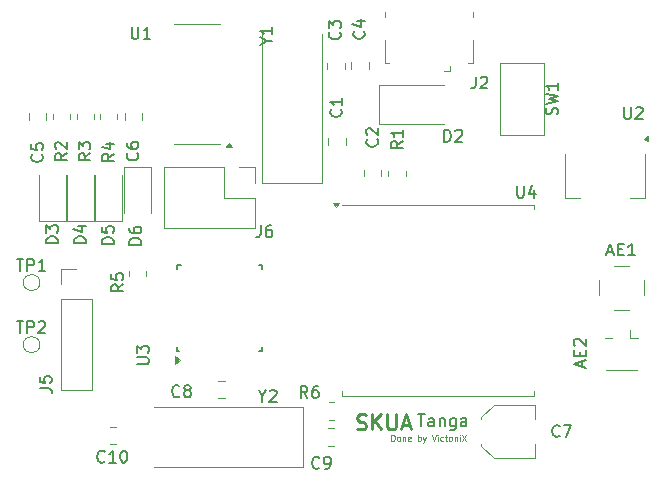
<source format=gbr>
%TF.GenerationSoftware,KiCad,Pcbnew,8.0.4-8.0.4-0~ubuntu24.04.1*%
%TF.CreationDate,2024-08-31T18:15:14+03:00*%
%TF.ProjectId,ground_control_using_pc,67726f75-6e64-45f6-936f-6e74726f6c5f,rev?*%
%TF.SameCoordinates,Original*%
%TF.FileFunction,Legend,Top*%
%TF.FilePolarity,Positive*%
%FSLAX46Y46*%
G04 Gerber Fmt 4.6, Leading zero omitted, Abs format (unit mm)*
G04 Created by KiCad (PCBNEW 8.0.4-8.0.4-0~ubuntu24.04.1) date 2024-08-31 18:15:14*
%MOMM*%
%LPD*%
G01*
G04 APERTURE LIST*
%ADD10C,0.127000*%
%ADD11C,0.254000*%
%ADD12C,0.076200*%
%ADD13C,0.150000*%
%ADD14C,0.120000*%
G04 APERTURE END LIST*
D10*
X186180313Y-101853056D02*
X186760885Y-101853056D01*
X186470599Y-102869056D02*
X186470599Y-101853056D01*
X187534980Y-102869056D02*
X187534980Y-102336866D01*
X187534980Y-102336866D02*
X187486599Y-102240104D01*
X187486599Y-102240104D02*
X187389837Y-102191723D01*
X187389837Y-102191723D02*
X187196313Y-102191723D01*
X187196313Y-102191723D02*
X187099551Y-102240104D01*
X187534980Y-102820676D02*
X187438218Y-102869056D01*
X187438218Y-102869056D02*
X187196313Y-102869056D01*
X187196313Y-102869056D02*
X187099551Y-102820676D01*
X187099551Y-102820676D02*
X187051170Y-102723914D01*
X187051170Y-102723914D02*
X187051170Y-102627152D01*
X187051170Y-102627152D02*
X187099551Y-102530390D01*
X187099551Y-102530390D02*
X187196313Y-102482009D01*
X187196313Y-102482009D02*
X187438218Y-102482009D01*
X187438218Y-102482009D02*
X187534980Y-102433628D01*
X188018789Y-102191723D02*
X188018789Y-102869056D01*
X188018789Y-102288485D02*
X188067170Y-102240104D01*
X188067170Y-102240104D02*
X188163932Y-102191723D01*
X188163932Y-102191723D02*
X188309075Y-102191723D01*
X188309075Y-102191723D02*
X188405837Y-102240104D01*
X188405837Y-102240104D02*
X188454218Y-102336866D01*
X188454218Y-102336866D02*
X188454218Y-102869056D01*
X189373456Y-102191723D02*
X189373456Y-103014199D01*
X189373456Y-103014199D02*
X189325075Y-103110961D01*
X189325075Y-103110961D02*
X189276694Y-103159342D01*
X189276694Y-103159342D02*
X189179932Y-103207723D01*
X189179932Y-103207723D02*
X189034789Y-103207723D01*
X189034789Y-103207723D02*
X188938027Y-103159342D01*
X189373456Y-102820676D02*
X189276694Y-102869056D01*
X189276694Y-102869056D02*
X189083170Y-102869056D01*
X189083170Y-102869056D02*
X188986408Y-102820676D01*
X188986408Y-102820676D02*
X188938027Y-102772295D01*
X188938027Y-102772295D02*
X188889646Y-102675533D01*
X188889646Y-102675533D02*
X188889646Y-102385247D01*
X188889646Y-102385247D02*
X188938027Y-102288485D01*
X188938027Y-102288485D02*
X188986408Y-102240104D01*
X188986408Y-102240104D02*
X189083170Y-102191723D01*
X189083170Y-102191723D02*
X189276694Y-102191723D01*
X189276694Y-102191723D02*
X189373456Y-102240104D01*
X190292694Y-102869056D02*
X190292694Y-102336866D01*
X190292694Y-102336866D02*
X190244313Y-102240104D01*
X190244313Y-102240104D02*
X190147551Y-102191723D01*
X190147551Y-102191723D02*
X189954027Y-102191723D01*
X189954027Y-102191723D02*
X189857265Y-102240104D01*
X190292694Y-102820676D02*
X190195932Y-102869056D01*
X190195932Y-102869056D02*
X189954027Y-102869056D01*
X189954027Y-102869056D02*
X189857265Y-102820676D01*
X189857265Y-102820676D02*
X189808884Y-102723914D01*
X189808884Y-102723914D02*
X189808884Y-102627152D01*
X189808884Y-102627152D02*
X189857265Y-102530390D01*
X189857265Y-102530390D02*
X189954027Y-102482009D01*
X189954027Y-102482009D02*
X190195932Y-102482009D01*
X190195932Y-102482009D02*
X190292694Y-102433628D01*
D11*
X181069009Y-103070892D02*
X181250438Y-103131368D01*
X181250438Y-103131368D02*
X181552819Y-103131368D01*
X181552819Y-103131368D02*
X181673771Y-103070892D01*
X181673771Y-103070892D02*
X181734247Y-103010415D01*
X181734247Y-103010415D02*
X181794724Y-102889463D01*
X181794724Y-102889463D02*
X181794724Y-102768511D01*
X181794724Y-102768511D02*
X181734247Y-102647558D01*
X181734247Y-102647558D02*
X181673771Y-102587082D01*
X181673771Y-102587082D02*
X181552819Y-102526606D01*
X181552819Y-102526606D02*
X181310914Y-102466130D01*
X181310914Y-102466130D02*
X181189962Y-102405653D01*
X181189962Y-102405653D02*
X181129485Y-102345177D01*
X181129485Y-102345177D02*
X181069009Y-102224225D01*
X181069009Y-102224225D02*
X181069009Y-102103272D01*
X181069009Y-102103272D02*
X181129485Y-101982320D01*
X181129485Y-101982320D02*
X181189962Y-101921844D01*
X181189962Y-101921844D02*
X181310914Y-101861368D01*
X181310914Y-101861368D02*
X181613295Y-101861368D01*
X181613295Y-101861368D02*
X181794724Y-101921844D01*
X182339009Y-103131368D02*
X182339009Y-101861368D01*
X183064724Y-103131368D02*
X182520438Y-102405653D01*
X183064724Y-101861368D02*
X182339009Y-102587082D01*
X183609009Y-101861368D02*
X183609009Y-102889463D01*
X183609009Y-102889463D02*
X183669486Y-103010415D01*
X183669486Y-103010415D02*
X183729962Y-103070892D01*
X183729962Y-103070892D02*
X183850914Y-103131368D01*
X183850914Y-103131368D02*
X184092819Y-103131368D01*
X184092819Y-103131368D02*
X184213771Y-103070892D01*
X184213771Y-103070892D02*
X184274248Y-103010415D01*
X184274248Y-103010415D02*
X184334724Y-102889463D01*
X184334724Y-102889463D02*
X184334724Y-101861368D01*
X184879009Y-102768511D02*
X185483771Y-102768511D01*
X184758057Y-103131368D02*
X185181390Y-101861368D01*
X185181390Y-101861368D02*
X185604724Y-103131368D01*
D12*
X183941083Y-104103867D02*
X183941083Y-103595867D01*
X183941083Y-103595867D02*
X184062035Y-103595867D01*
X184062035Y-103595867D02*
X184134607Y-103620057D01*
X184134607Y-103620057D02*
X184182988Y-103668438D01*
X184182988Y-103668438D02*
X184207178Y-103716819D01*
X184207178Y-103716819D02*
X184231369Y-103813581D01*
X184231369Y-103813581D02*
X184231369Y-103886153D01*
X184231369Y-103886153D02*
X184207178Y-103982915D01*
X184207178Y-103982915D02*
X184182988Y-104031296D01*
X184182988Y-104031296D02*
X184134607Y-104079677D01*
X184134607Y-104079677D02*
X184062035Y-104103867D01*
X184062035Y-104103867D02*
X183941083Y-104103867D01*
X184521654Y-104103867D02*
X184473273Y-104079677D01*
X184473273Y-104079677D02*
X184449083Y-104055486D01*
X184449083Y-104055486D02*
X184424892Y-104007105D01*
X184424892Y-104007105D02*
X184424892Y-103861962D01*
X184424892Y-103861962D02*
X184449083Y-103813581D01*
X184449083Y-103813581D02*
X184473273Y-103789391D01*
X184473273Y-103789391D02*
X184521654Y-103765200D01*
X184521654Y-103765200D02*
X184594226Y-103765200D01*
X184594226Y-103765200D02*
X184642607Y-103789391D01*
X184642607Y-103789391D02*
X184666797Y-103813581D01*
X184666797Y-103813581D02*
X184690988Y-103861962D01*
X184690988Y-103861962D02*
X184690988Y-104007105D01*
X184690988Y-104007105D02*
X184666797Y-104055486D01*
X184666797Y-104055486D02*
X184642607Y-104079677D01*
X184642607Y-104079677D02*
X184594226Y-104103867D01*
X184594226Y-104103867D02*
X184521654Y-104103867D01*
X184908702Y-103765200D02*
X184908702Y-104103867D01*
X184908702Y-103813581D02*
X184932892Y-103789391D01*
X184932892Y-103789391D02*
X184981273Y-103765200D01*
X184981273Y-103765200D02*
X185053845Y-103765200D01*
X185053845Y-103765200D02*
X185102226Y-103789391D01*
X185102226Y-103789391D02*
X185126416Y-103837772D01*
X185126416Y-103837772D02*
X185126416Y-104103867D01*
X185561845Y-104079677D02*
X185513464Y-104103867D01*
X185513464Y-104103867D02*
X185416702Y-104103867D01*
X185416702Y-104103867D02*
X185368321Y-104079677D01*
X185368321Y-104079677D02*
X185344130Y-104031296D01*
X185344130Y-104031296D02*
X185344130Y-103837772D01*
X185344130Y-103837772D02*
X185368321Y-103789391D01*
X185368321Y-103789391D02*
X185416702Y-103765200D01*
X185416702Y-103765200D02*
X185513464Y-103765200D01*
X185513464Y-103765200D02*
X185561845Y-103789391D01*
X185561845Y-103789391D02*
X185586035Y-103837772D01*
X185586035Y-103837772D02*
X185586035Y-103886153D01*
X185586035Y-103886153D02*
X185344130Y-103934534D01*
X186190798Y-104103867D02*
X186190798Y-103595867D01*
X186190798Y-103789391D02*
X186239179Y-103765200D01*
X186239179Y-103765200D02*
X186335941Y-103765200D01*
X186335941Y-103765200D02*
X186384322Y-103789391D01*
X186384322Y-103789391D02*
X186408512Y-103813581D01*
X186408512Y-103813581D02*
X186432703Y-103861962D01*
X186432703Y-103861962D02*
X186432703Y-104007105D01*
X186432703Y-104007105D02*
X186408512Y-104055486D01*
X186408512Y-104055486D02*
X186384322Y-104079677D01*
X186384322Y-104079677D02*
X186335941Y-104103867D01*
X186335941Y-104103867D02*
X186239179Y-104103867D01*
X186239179Y-104103867D02*
X186190798Y-104079677D01*
X186602036Y-103765200D02*
X186722988Y-104103867D01*
X186843941Y-103765200D02*
X186722988Y-104103867D01*
X186722988Y-104103867D02*
X186674607Y-104224819D01*
X186674607Y-104224819D02*
X186650417Y-104249010D01*
X186650417Y-104249010D02*
X186602036Y-104273200D01*
X187351941Y-103595867D02*
X187521275Y-104103867D01*
X187521275Y-104103867D02*
X187690608Y-103595867D01*
X187859942Y-104103867D02*
X187859942Y-103765200D01*
X187859942Y-103595867D02*
X187835751Y-103620057D01*
X187835751Y-103620057D02*
X187859942Y-103644248D01*
X187859942Y-103644248D02*
X187884132Y-103620057D01*
X187884132Y-103620057D02*
X187859942Y-103595867D01*
X187859942Y-103595867D02*
X187859942Y-103644248D01*
X188319561Y-104079677D02*
X188271180Y-104103867D01*
X188271180Y-104103867D02*
X188174418Y-104103867D01*
X188174418Y-104103867D02*
X188126037Y-104079677D01*
X188126037Y-104079677D02*
X188101847Y-104055486D01*
X188101847Y-104055486D02*
X188077656Y-104007105D01*
X188077656Y-104007105D02*
X188077656Y-103861962D01*
X188077656Y-103861962D02*
X188101847Y-103813581D01*
X188101847Y-103813581D02*
X188126037Y-103789391D01*
X188126037Y-103789391D02*
X188174418Y-103765200D01*
X188174418Y-103765200D02*
X188271180Y-103765200D01*
X188271180Y-103765200D02*
X188319561Y-103789391D01*
X188464704Y-103765200D02*
X188658228Y-103765200D01*
X188537276Y-103595867D02*
X188537276Y-104031296D01*
X188537276Y-104031296D02*
X188561466Y-104079677D01*
X188561466Y-104079677D02*
X188609847Y-104103867D01*
X188609847Y-104103867D02*
X188658228Y-104103867D01*
X188900133Y-104103867D02*
X188851752Y-104079677D01*
X188851752Y-104079677D02*
X188827562Y-104055486D01*
X188827562Y-104055486D02*
X188803371Y-104007105D01*
X188803371Y-104007105D02*
X188803371Y-103861962D01*
X188803371Y-103861962D02*
X188827562Y-103813581D01*
X188827562Y-103813581D02*
X188851752Y-103789391D01*
X188851752Y-103789391D02*
X188900133Y-103765200D01*
X188900133Y-103765200D02*
X188972705Y-103765200D01*
X188972705Y-103765200D02*
X189021086Y-103789391D01*
X189021086Y-103789391D02*
X189045276Y-103813581D01*
X189045276Y-103813581D02*
X189069467Y-103861962D01*
X189069467Y-103861962D02*
X189069467Y-104007105D01*
X189069467Y-104007105D02*
X189045276Y-104055486D01*
X189045276Y-104055486D02*
X189021086Y-104079677D01*
X189021086Y-104079677D02*
X188972705Y-104103867D01*
X188972705Y-104103867D02*
X188900133Y-104103867D01*
X189287181Y-103765200D02*
X189287181Y-104103867D01*
X189287181Y-103813581D02*
X189311371Y-103789391D01*
X189311371Y-103789391D02*
X189359752Y-103765200D01*
X189359752Y-103765200D02*
X189432324Y-103765200D01*
X189432324Y-103765200D02*
X189480705Y-103789391D01*
X189480705Y-103789391D02*
X189504895Y-103837772D01*
X189504895Y-103837772D02*
X189504895Y-104103867D01*
X189746800Y-104103867D02*
X189746800Y-103765200D01*
X189746800Y-103595867D02*
X189722609Y-103620057D01*
X189722609Y-103620057D02*
X189746800Y-103644248D01*
X189746800Y-103644248D02*
X189770990Y-103620057D01*
X189770990Y-103620057D02*
X189746800Y-103595867D01*
X189746800Y-103595867D02*
X189746800Y-103644248D01*
X189940324Y-103595867D02*
X190278991Y-104103867D01*
X190278991Y-103595867D02*
X189940324Y-104103867D01*
D13*
X159664642Y-105839580D02*
X159617023Y-105887200D01*
X159617023Y-105887200D02*
X159474166Y-105934819D01*
X159474166Y-105934819D02*
X159378928Y-105934819D01*
X159378928Y-105934819D02*
X159236071Y-105887200D01*
X159236071Y-105887200D02*
X159140833Y-105791961D01*
X159140833Y-105791961D02*
X159093214Y-105696723D01*
X159093214Y-105696723D02*
X159045595Y-105506247D01*
X159045595Y-105506247D02*
X159045595Y-105363390D01*
X159045595Y-105363390D02*
X159093214Y-105172914D01*
X159093214Y-105172914D02*
X159140833Y-105077676D01*
X159140833Y-105077676D02*
X159236071Y-104982438D01*
X159236071Y-104982438D02*
X159378928Y-104934819D01*
X159378928Y-104934819D02*
X159474166Y-104934819D01*
X159474166Y-104934819D02*
X159617023Y-104982438D01*
X159617023Y-104982438D02*
X159664642Y-105030057D01*
X160617023Y-105934819D02*
X160045595Y-105934819D01*
X160331309Y-105934819D02*
X160331309Y-104934819D01*
X160331309Y-104934819D02*
X160236071Y-105077676D01*
X160236071Y-105077676D02*
X160140833Y-105172914D01*
X160140833Y-105172914D02*
X160045595Y-105220533D01*
X161236071Y-104934819D02*
X161331309Y-104934819D01*
X161331309Y-104934819D02*
X161426547Y-104982438D01*
X161426547Y-104982438D02*
X161474166Y-105030057D01*
X161474166Y-105030057D02*
X161521785Y-105125295D01*
X161521785Y-105125295D02*
X161569404Y-105315771D01*
X161569404Y-105315771D02*
X161569404Y-105553866D01*
X161569404Y-105553866D02*
X161521785Y-105744342D01*
X161521785Y-105744342D02*
X161474166Y-105839580D01*
X161474166Y-105839580D02*
X161426547Y-105887200D01*
X161426547Y-105887200D02*
X161331309Y-105934819D01*
X161331309Y-105934819D02*
X161236071Y-105934819D01*
X161236071Y-105934819D02*
X161140833Y-105887200D01*
X161140833Y-105887200D02*
X161093214Y-105839580D01*
X161093214Y-105839580D02*
X161045595Y-105744342D01*
X161045595Y-105744342D02*
X160997976Y-105553866D01*
X160997976Y-105553866D02*
X160997976Y-105315771D01*
X160997976Y-105315771D02*
X161045595Y-105125295D01*
X161045595Y-105125295D02*
X161093214Y-105030057D01*
X161093214Y-105030057D02*
X161140833Y-104982438D01*
X161140833Y-104982438D02*
X161236071Y-104934819D01*
X158054819Y-87368094D02*
X157054819Y-87368094D01*
X157054819Y-87368094D02*
X157054819Y-87129999D01*
X157054819Y-87129999D02*
X157102438Y-86987142D01*
X157102438Y-86987142D02*
X157197676Y-86891904D01*
X157197676Y-86891904D02*
X157292914Y-86844285D01*
X157292914Y-86844285D02*
X157483390Y-86796666D01*
X157483390Y-86796666D02*
X157626247Y-86796666D01*
X157626247Y-86796666D02*
X157816723Y-86844285D01*
X157816723Y-86844285D02*
X157911961Y-86891904D01*
X157911961Y-86891904D02*
X158007200Y-86987142D01*
X158007200Y-86987142D02*
X158054819Y-87129999D01*
X158054819Y-87129999D02*
X158054819Y-87368094D01*
X157388152Y-85939523D02*
X158054819Y-85939523D01*
X157007200Y-86177618D02*
X157721485Y-86415713D01*
X157721485Y-86415713D02*
X157721485Y-85796666D01*
X198183333Y-103669580D02*
X198135714Y-103717200D01*
X198135714Y-103717200D02*
X197992857Y-103764819D01*
X197992857Y-103764819D02*
X197897619Y-103764819D01*
X197897619Y-103764819D02*
X197754762Y-103717200D01*
X197754762Y-103717200D02*
X197659524Y-103621961D01*
X197659524Y-103621961D02*
X197611905Y-103526723D01*
X197611905Y-103526723D02*
X197564286Y-103336247D01*
X197564286Y-103336247D02*
X197564286Y-103193390D01*
X197564286Y-103193390D02*
X197611905Y-103002914D01*
X197611905Y-103002914D02*
X197659524Y-102907676D01*
X197659524Y-102907676D02*
X197754762Y-102812438D01*
X197754762Y-102812438D02*
X197897619Y-102764819D01*
X197897619Y-102764819D02*
X197992857Y-102764819D01*
X197992857Y-102764819D02*
X198135714Y-102812438D01*
X198135714Y-102812438D02*
X198183333Y-102860057D01*
X198516667Y-102764819D02*
X199183333Y-102764819D01*
X199183333Y-102764819D02*
X198754762Y-103764819D01*
X160464819Y-79806666D02*
X159988628Y-80139999D01*
X160464819Y-80378094D02*
X159464819Y-80378094D01*
X159464819Y-80378094D02*
X159464819Y-79997142D01*
X159464819Y-79997142D02*
X159512438Y-79901904D01*
X159512438Y-79901904D02*
X159560057Y-79854285D01*
X159560057Y-79854285D02*
X159655295Y-79806666D01*
X159655295Y-79806666D02*
X159798152Y-79806666D01*
X159798152Y-79806666D02*
X159893390Y-79854285D01*
X159893390Y-79854285D02*
X159941009Y-79901904D01*
X159941009Y-79901904D02*
X159988628Y-79997142D01*
X159988628Y-79997142D02*
X159988628Y-80378094D01*
X159798152Y-78949523D02*
X160464819Y-78949523D01*
X159417200Y-79187618D02*
X160131485Y-79425713D01*
X160131485Y-79425713D02*
X160131485Y-78806666D01*
X182719580Y-78566666D02*
X182767200Y-78614285D01*
X182767200Y-78614285D02*
X182814819Y-78757142D01*
X182814819Y-78757142D02*
X182814819Y-78852380D01*
X182814819Y-78852380D02*
X182767200Y-78995237D01*
X182767200Y-78995237D02*
X182671961Y-79090475D01*
X182671961Y-79090475D02*
X182576723Y-79138094D01*
X182576723Y-79138094D02*
X182386247Y-79185713D01*
X182386247Y-79185713D02*
X182243390Y-79185713D01*
X182243390Y-79185713D02*
X182052914Y-79138094D01*
X182052914Y-79138094D02*
X181957676Y-79090475D01*
X181957676Y-79090475D02*
X181862438Y-78995237D01*
X181862438Y-78995237D02*
X181814819Y-78852380D01*
X181814819Y-78852380D02*
X181814819Y-78757142D01*
X181814819Y-78757142D02*
X181862438Y-78614285D01*
X181862438Y-78614285D02*
X181910057Y-78566666D01*
X181910057Y-78185713D02*
X181862438Y-78138094D01*
X181862438Y-78138094D02*
X181814819Y-78042856D01*
X181814819Y-78042856D02*
X181814819Y-77804761D01*
X181814819Y-77804761D02*
X181862438Y-77709523D01*
X181862438Y-77709523D02*
X181910057Y-77661904D01*
X181910057Y-77661904D02*
X182005295Y-77614285D01*
X182005295Y-77614285D02*
X182100533Y-77614285D01*
X182100533Y-77614285D02*
X182243390Y-77661904D01*
X182243390Y-77661904D02*
X182814819Y-78233332D01*
X182814819Y-78233332D02*
X182814819Y-77614285D01*
X203638095Y-75854819D02*
X203638095Y-76664342D01*
X203638095Y-76664342D02*
X203685714Y-76759580D01*
X203685714Y-76759580D02*
X203733333Y-76807200D01*
X203733333Y-76807200D02*
X203828571Y-76854819D01*
X203828571Y-76854819D02*
X204019047Y-76854819D01*
X204019047Y-76854819D02*
X204114285Y-76807200D01*
X204114285Y-76807200D02*
X204161904Y-76759580D01*
X204161904Y-76759580D02*
X204209523Y-76664342D01*
X204209523Y-76664342D02*
X204209523Y-75854819D01*
X204638095Y-75950057D02*
X204685714Y-75902438D01*
X204685714Y-75902438D02*
X204780952Y-75854819D01*
X204780952Y-75854819D02*
X205019047Y-75854819D01*
X205019047Y-75854819D02*
X205114285Y-75902438D01*
X205114285Y-75902438D02*
X205161904Y-75950057D01*
X205161904Y-75950057D02*
X205209523Y-76045295D01*
X205209523Y-76045295D02*
X205209523Y-76140533D01*
X205209523Y-76140533D02*
X205161904Y-76283390D01*
X205161904Y-76283390D02*
X204590476Y-76854819D01*
X204590476Y-76854819D02*
X205209523Y-76854819D01*
X154339580Y-79851666D02*
X154387200Y-79899285D01*
X154387200Y-79899285D02*
X154434819Y-80042142D01*
X154434819Y-80042142D02*
X154434819Y-80137380D01*
X154434819Y-80137380D02*
X154387200Y-80280237D01*
X154387200Y-80280237D02*
X154291961Y-80375475D01*
X154291961Y-80375475D02*
X154196723Y-80423094D01*
X154196723Y-80423094D02*
X154006247Y-80470713D01*
X154006247Y-80470713D02*
X153863390Y-80470713D01*
X153863390Y-80470713D02*
X153672914Y-80423094D01*
X153672914Y-80423094D02*
X153577676Y-80375475D01*
X153577676Y-80375475D02*
X153482438Y-80280237D01*
X153482438Y-80280237D02*
X153434819Y-80137380D01*
X153434819Y-80137380D02*
X153434819Y-80042142D01*
X153434819Y-80042142D02*
X153482438Y-79899285D01*
X153482438Y-79899285D02*
X153530057Y-79851666D01*
X153434819Y-78946904D02*
X153434819Y-79423094D01*
X153434819Y-79423094D02*
X153911009Y-79470713D01*
X153911009Y-79470713D02*
X153863390Y-79423094D01*
X153863390Y-79423094D02*
X153815771Y-79327856D01*
X153815771Y-79327856D02*
X153815771Y-79089761D01*
X153815771Y-79089761D02*
X153863390Y-78994523D01*
X153863390Y-78994523D02*
X153911009Y-78946904D01*
X153911009Y-78946904D02*
X154006247Y-78899285D01*
X154006247Y-78899285D02*
X154244342Y-78899285D01*
X154244342Y-78899285D02*
X154339580Y-78946904D01*
X154339580Y-78946904D02*
X154387200Y-78994523D01*
X154387200Y-78994523D02*
X154434819Y-79089761D01*
X154434819Y-79089761D02*
X154434819Y-79327856D01*
X154434819Y-79327856D02*
X154387200Y-79423094D01*
X154387200Y-79423094D02*
X154339580Y-79470713D01*
X158454819Y-79766666D02*
X157978628Y-80099999D01*
X158454819Y-80338094D02*
X157454819Y-80338094D01*
X157454819Y-80338094D02*
X157454819Y-79957142D01*
X157454819Y-79957142D02*
X157502438Y-79861904D01*
X157502438Y-79861904D02*
X157550057Y-79814285D01*
X157550057Y-79814285D02*
X157645295Y-79766666D01*
X157645295Y-79766666D02*
X157788152Y-79766666D01*
X157788152Y-79766666D02*
X157883390Y-79814285D01*
X157883390Y-79814285D02*
X157931009Y-79861904D01*
X157931009Y-79861904D02*
X157978628Y-79957142D01*
X157978628Y-79957142D02*
X157978628Y-80338094D01*
X157454819Y-79433332D02*
X157454819Y-78814285D01*
X157454819Y-78814285D02*
X157835771Y-79147618D01*
X157835771Y-79147618D02*
X157835771Y-79004761D01*
X157835771Y-79004761D02*
X157883390Y-78909523D01*
X157883390Y-78909523D02*
X157931009Y-78861904D01*
X157931009Y-78861904D02*
X158026247Y-78814285D01*
X158026247Y-78814285D02*
X158264342Y-78814285D01*
X158264342Y-78814285D02*
X158359580Y-78861904D01*
X158359580Y-78861904D02*
X158407200Y-78909523D01*
X158407200Y-78909523D02*
X158454819Y-79004761D01*
X158454819Y-79004761D02*
X158454819Y-79290475D01*
X158454819Y-79290475D02*
X158407200Y-79385713D01*
X158407200Y-79385713D02*
X158359580Y-79433332D01*
X161953095Y-69064819D02*
X161953095Y-69874342D01*
X161953095Y-69874342D02*
X162000714Y-69969580D01*
X162000714Y-69969580D02*
X162048333Y-70017200D01*
X162048333Y-70017200D02*
X162143571Y-70064819D01*
X162143571Y-70064819D02*
X162334047Y-70064819D01*
X162334047Y-70064819D02*
X162429285Y-70017200D01*
X162429285Y-70017200D02*
X162476904Y-69969580D01*
X162476904Y-69969580D02*
X162524523Y-69874342D01*
X162524523Y-69874342D02*
X162524523Y-69064819D01*
X163524523Y-70064819D02*
X162953095Y-70064819D01*
X163238809Y-70064819D02*
X163238809Y-69064819D01*
X163238809Y-69064819D02*
X163143571Y-69207676D01*
X163143571Y-69207676D02*
X163048333Y-69302914D01*
X163048333Y-69302914D02*
X162953095Y-69350533D01*
X197977200Y-76463332D02*
X198024819Y-76320475D01*
X198024819Y-76320475D02*
X198024819Y-76082380D01*
X198024819Y-76082380D02*
X197977200Y-75987142D01*
X197977200Y-75987142D02*
X197929580Y-75939523D01*
X197929580Y-75939523D02*
X197834342Y-75891904D01*
X197834342Y-75891904D02*
X197739104Y-75891904D01*
X197739104Y-75891904D02*
X197643866Y-75939523D01*
X197643866Y-75939523D02*
X197596247Y-75987142D01*
X197596247Y-75987142D02*
X197548628Y-76082380D01*
X197548628Y-76082380D02*
X197501009Y-76272856D01*
X197501009Y-76272856D02*
X197453390Y-76368094D01*
X197453390Y-76368094D02*
X197405771Y-76415713D01*
X197405771Y-76415713D02*
X197310533Y-76463332D01*
X197310533Y-76463332D02*
X197215295Y-76463332D01*
X197215295Y-76463332D02*
X197120057Y-76415713D01*
X197120057Y-76415713D02*
X197072438Y-76368094D01*
X197072438Y-76368094D02*
X197024819Y-76272856D01*
X197024819Y-76272856D02*
X197024819Y-76034761D01*
X197024819Y-76034761D02*
X197072438Y-75891904D01*
X197024819Y-75558570D02*
X198024819Y-75320475D01*
X198024819Y-75320475D02*
X197310533Y-75129999D01*
X197310533Y-75129999D02*
X198024819Y-74939523D01*
X198024819Y-74939523D02*
X197024819Y-74701428D01*
X198024819Y-73796666D02*
X198024819Y-74368094D01*
X198024819Y-74082380D02*
X197024819Y-74082380D01*
X197024819Y-74082380D02*
X197167676Y-74177618D01*
X197167676Y-74177618D02*
X197262914Y-74272856D01*
X197262914Y-74272856D02*
X197310533Y-74368094D01*
X194578095Y-82504819D02*
X194578095Y-83314342D01*
X194578095Y-83314342D02*
X194625714Y-83409580D01*
X194625714Y-83409580D02*
X194673333Y-83457200D01*
X194673333Y-83457200D02*
X194768571Y-83504819D01*
X194768571Y-83504819D02*
X194959047Y-83504819D01*
X194959047Y-83504819D02*
X195054285Y-83457200D01*
X195054285Y-83457200D02*
X195101904Y-83409580D01*
X195101904Y-83409580D02*
X195149523Y-83314342D01*
X195149523Y-83314342D02*
X195149523Y-82504819D01*
X196054285Y-82838152D02*
X196054285Y-83504819D01*
X195816190Y-82457200D02*
X195578095Y-83171485D01*
X195578095Y-83171485D02*
X196197142Y-83171485D01*
X162429580Y-79736666D02*
X162477200Y-79784285D01*
X162477200Y-79784285D02*
X162524819Y-79927142D01*
X162524819Y-79927142D02*
X162524819Y-80022380D01*
X162524819Y-80022380D02*
X162477200Y-80165237D01*
X162477200Y-80165237D02*
X162381961Y-80260475D01*
X162381961Y-80260475D02*
X162286723Y-80308094D01*
X162286723Y-80308094D02*
X162096247Y-80355713D01*
X162096247Y-80355713D02*
X161953390Y-80355713D01*
X161953390Y-80355713D02*
X161762914Y-80308094D01*
X161762914Y-80308094D02*
X161667676Y-80260475D01*
X161667676Y-80260475D02*
X161572438Y-80165237D01*
X161572438Y-80165237D02*
X161524819Y-80022380D01*
X161524819Y-80022380D02*
X161524819Y-79927142D01*
X161524819Y-79927142D02*
X161572438Y-79784285D01*
X161572438Y-79784285D02*
X161620057Y-79736666D01*
X161524819Y-78879523D02*
X161524819Y-79069999D01*
X161524819Y-79069999D02*
X161572438Y-79165237D01*
X161572438Y-79165237D02*
X161620057Y-79212856D01*
X161620057Y-79212856D02*
X161762914Y-79308094D01*
X161762914Y-79308094D02*
X161953390Y-79355713D01*
X161953390Y-79355713D02*
X162334342Y-79355713D01*
X162334342Y-79355713D02*
X162429580Y-79308094D01*
X162429580Y-79308094D02*
X162477200Y-79260475D01*
X162477200Y-79260475D02*
X162524819Y-79165237D01*
X162524819Y-79165237D02*
X162524819Y-78974761D01*
X162524819Y-78974761D02*
X162477200Y-78879523D01*
X162477200Y-78879523D02*
X162429580Y-78831904D01*
X162429580Y-78831904D02*
X162334342Y-78784285D01*
X162334342Y-78784285D02*
X162096247Y-78784285D01*
X162096247Y-78784285D02*
X162001009Y-78831904D01*
X162001009Y-78831904D02*
X161953390Y-78879523D01*
X161953390Y-78879523D02*
X161905771Y-78974761D01*
X161905771Y-78974761D02*
X161905771Y-79165237D01*
X161905771Y-79165237D02*
X161953390Y-79260475D01*
X161953390Y-79260475D02*
X162001009Y-79308094D01*
X162001009Y-79308094D02*
X162096247Y-79355713D01*
X172866666Y-85854819D02*
X172866666Y-86569104D01*
X172866666Y-86569104D02*
X172819047Y-86711961D01*
X172819047Y-86711961D02*
X172723809Y-86807200D01*
X172723809Y-86807200D02*
X172580952Y-86854819D01*
X172580952Y-86854819D02*
X172485714Y-86854819D01*
X173771428Y-85854819D02*
X173580952Y-85854819D01*
X173580952Y-85854819D02*
X173485714Y-85902438D01*
X173485714Y-85902438D02*
X173438095Y-85950057D01*
X173438095Y-85950057D02*
X173342857Y-86092914D01*
X173342857Y-86092914D02*
X173295238Y-86283390D01*
X173295238Y-86283390D02*
X173295238Y-86664342D01*
X173295238Y-86664342D02*
X173342857Y-86759580D01*
X173342857Y-86759580D02*
X173390476Y-86807200D01*
X173390476Y-86807200D02*
X173485714Y-86854819D01*
X173485714Y-86854819D02*
X173676190Y-86854819D01*
X173676190Y-86854819D02*
X173771428Y-86807200D01*
X173771428Y-86807200D02*
X173819047Y-86759580D01*
X173819047Y-86759580D02*
X173866666Y-86664342D01*
X173866666Y-86664342D02*
X173866666Y-86426247D01*
X173866666Y-86426247D02*
X173819047Y-86331009D01*
X173819047Y-86331009D02*
X173771428Y-86283390D01*
X173771428Y-86283390D02*
X173676190Y-86235771D01*
X173676190Y-86235771D02*
X173485714Y-86235771D01*
X173485714Y-86235771D02*
X173390476Y-86283390D01*
X173390476Y-86283390D02*
X173342857Y-86331009D01*
X173342857Y-86331009D02*
X173295238Y-86426247D01*
X161234819Y-90856666D02*
X160758628Y-91189999D01*
X161234819Y-91428094D02*
X160234819Y-91428094D01*
X160234819Y-91428094D02*
X160234819Y-91047142D01*
X160234819Y-91047142D02*
X160282438Y-90951904D01*
X160282438Y-90951904D02*
X160330057Y-90904285D01*
X160330057Y-90904285D02*
X160425295Y-90856666D01*
X160425295Y-90856666D02*
X160568152Y-90856666D01*
X160568152Y-90856666D02*
X160663390Y-90904285D01*
X160663390Y-90904285D02*
X160711009Y-90951904D01*
X160711009Y-90951904D02*
X160758628Y-91047142D01*
X160758628Y-91047142D02*
X160758628Y-91428094D01*
X160234819Y-89951904D02*
X160234819Y-90428094D01*
X160234819Y-90428094D02*
X160711009Y-90475713D01*
X160711009Y-90475713D02*
X160663390Y-90428094D01*
X160663390Y-90428094D02*
X160615771Y-90332856D01*
X160615771Y-90332856D02*
X160615771Y-90094761D01*
X160615771Y-90094761D02*
X160663390Y-89999523D01*
X160663390Y-89999523D02*
X160711009Y-89951904D01*
X160711009Y-89951904D02*
X160806247Y-89904285D01*
X160806247Y-89904285D02*
X161044342Y-89904285D01*
X161044342Y-89904285D02*
X161139580Y-89951904D01*
X161139580Y-89951904D02*
X161187200Y-89999523D01*
X161187200Y-89999523D02*
X161234819Y-90094761D01*
X161234819Y-90094761D02*
X161234819Y-90332856D01*
X161234819Y-90332856D02*
X161187200Y-90428094D01*
X161187200Y-90428094D02*
X161139580Y-90475713D01*
X177833333Y-106359580D02*
X177785714Y-106407200D01*
X177785714Y-106407200D02*
X177642857Y-106454819D01*
X177642857Y-106454819D02*
X177547619Y-106454819D01*
X177547619Y-106454819D02*
X177404762Y-106407200D01*
X177404762Y-106407200D02*
X177309524Y-106311961D01*
X177309524Y-106311961D02*
X177261905Y-106216723D01*
X177261905Y-106216723D02*
X177214286Y-106026247D01*
X177214286Y-106026247D02*
X177214286Y-105883390D01*
X177214286Y-105883390D02*
X177261905Y-105692914D01*
X177261905Y-105692914D02*
X177309524Y-105597676D01*
X177309524Y-105597676D02*
X177404762Y-105502438D01*
X177404762Y-105502438D02*
X177547619Y-105454819D01*
X177547619Y-105454819D02*
X177642857Y-105454819D01*
X177642857Y-105454819D02*
X177785714Y-105502438D01*
X177785714Y-105502438D02*
X177833333Y-105550057D01*
X178309524Y-106454819D02*
X178500000Y-106454819D01*
X178500000Y-106454819D02*
X178595238Y-106407200D01*
X178595238Y-106407200D02*
X178642857Y-106359580D01*
X178642857Y-106359580D02*
X178738095Y-106216723D01*
X178738095Y-106216723D02*
X178785714Y-106026247D01*
X178785714Y-106026247D02*
X178785714Y-105645295D01*
X178785714Y-105645295D02*
X178738095Y-105550057D01*
X178738095Y-105550057D02*
X178690476Y-105502438D01*
X178690476Y-105502438D02*
X178595238Y-105454819D01*
X178595238Y-105454819D02*
X178404762Y-105454819D01*
X178404762Y-105454819D02*
X178309524Y-105502438D01*
X178309524Y-105502438D02*
X178261905Y-105550057D01*
X178261905Y-105550057D02*
X178214286Y-105645295D01*
X178214286Y-105645295D02*
X178214286Y-105883390D01*
X178214286Y-105883390D02*
X178261905Y-105978628D01*
X178261905Y-105978628D02*
X178309524Y-106026247D01*
X178309524Y-106026247D02*
X178404762Y-106073866D01*
X178404762Y-106073866D02*
X178595238Y-106073866D01*
X178595238Y-106073866D02*
X178690476Y-106026247D01*
X178690476Y-106026247D02*
X178738095Y-105978628D01*
X178738095Y-105978628D02*
X178785714Y-105883390D01*
X162394819Y-97601904D02*
X163204342Y-97601904D01*
X163204342Y-97601904D02*
X163299580Y-97554285D01*
X163299580Y-97554285D02*
X163347200Y-97506666D01*
X163347200Y-97506666D02*
X163394819Y-97411428D01*
X163394819Y-97411428D02*
X163394819Y-97220952D01*
X163394819Y-97220952D02*
X163347200Y-97125714D01*
X163347200Y-97125714D02*
X163299580Y-97078095D01*
X163299580Y-97078095D02*
X163204342Y-97030476D01*
X163204342Y-97030476D02*
X162394819Y-97030476D01*
X162394819Y-96649523D02*
X162394819Y-96030476D01*
X162394819Y-96030476D02*
X162775771Y-96363809D01*
X162775771Y-96363809D02*
X162775771Y-96220952D01*
X162775771Y-96220952D02*
X162823390Y-96125714D01*
X162823390Y-96125714D02*
X162871009Y-96078095D01*
X162871009Y-96078095D02*
X162966247Y-96030476D01*
X162966247Y-96030476D02*
X163204342Y-96030476D01*
X163204342Y-96030476D02*
X163299580Y-96078095D01*
X163299580Y-96078095D02*
X163347200Y-96125714D01*
X163347200Y-96125714D02*
X163394819Y-96220952D01*
X163394819Y-96220952D02*
X163394819Y-96506666D01*
X163394819Y-96506666D02*
X163347200Y-96601904D01*
X163347200Y-96601904D02*
X163299580Y-96649523D01*
X202223333Y-88109104D02*
X202699523Y-88109104D01*
X202128095Y-88394819D02*
X202461428Y-87394819D01*
X202461428Y-87394819D02*
X202794761Y-88394819D01*
X203128095Y-87871009D02*
X203461428Y-87871009D01*
X203604285Y-88394819D02*
X203128095Y-88394819D01*
X203128095Y-88394819D02*
X203128095Y-87394819D01*
X203128095Y-87394819D02*
X203604285Y-87394819D01*
X204556666Y-88394819D02*
X203985238Y-88394819D01*
X204270952Y-88394819D02*
X204270952Y-87394819D01*
X204270952Y-87394819D02*
X204175714Y-87537676D01*
X204175714Y-87537676D02*
X204080476Y-87632914D01*
X204080476Y-87632914D02*
X203985238Y-87680533D01*
X155694819Y-87368094D02*
X154694819Y-87368094D01*
X154694819Y-87368094D02*
X154694819Y-87129999D01*
X154694819Y-87129999D02*
X154742438Y-86987142D01*
X154742438Y-86987142D02*
X154837676Y-86891904D01*
X154837676Y-86891904D02*
X154932914Y-86844285D01*
X154932914Y-86844285D02*
X155123390Y-86796666D01*
X155123390Y-86796666D02*
X155266247Y-86796666D01*
X155266247Y-86796666D02*
X155456723Y-86844285D01*
X155456723Y-86844285D02*
X155551961Y-86891904D01*
X155551961Y-86891904D02*
X155647200Y-86987142D01*
X155647200Y-86987142D02*
X155694819Y-87129999D01*
X155694819Y-87129999D02*
X155694819Y-87368094D01*
X154694819Y-86463332D02*
X154694819Y-85844285D01*
X154694819Y-85844285D02*
X155075771Y-86177618D01*
X155075771Y-86177618D02*
X155075771Y-86034761D01*
X155075771Y-86034761D02*
X155123390Y-85939523D01*
X155123390Y-85939523D02*
X155171009Y-85891904D01*
X155171009Y-85891904D02*
X155266247Y-85844285D01*
X155266247Y-85844285D02*
X155504342Y-85844285D01*
X155504342Y-85844285D02*
X155599580Y-85891904D01*
X155599580Y-85891904D02*
X155647200Y-85939523D01*
X155647200Y-85939523D02*
X155694819Y-86034761D01*
X155694819Y-86034761D02*
X155694819Y-86320475D01*
X155694819Y-86320475D02*
X155647200Y-86415713D01*
X155647200Y-86415713D02*
X155599580Y-86463332D01*
X176833333Y-100454819D02*
X176500000Y-99978628D01*
X176261905Y-100454819D02*
X176261905Y-99454819D01*
X176261905Y-99454819D02*
X176642857Y-99454819D01*
X176642857Y-99454819D02*
X176738095Y-99502438D01*
X176738095Y-99502438D02*
X176785714Y-99550057D01*
X176785714Y-99550057D02*
X176833333Y-99645295D01*
X176833333Y-99645295D02*
X176833333Y-99788152D01*
X176833333Y-99788152D02*
X176785714Y-99883390D01*
X176785714Y-99883390D02*
X176738095Y-99931009D01*
X176738095Y-99931009D02*
X176642857Y-99978628D01*
X176642857Y-99978628D02*
X176261905Y-99978628D01*
X177690476Y-99454819D02*
X177500000Y-99454819D01*
X177500000Y-99454819D02*
X177404762Y-99502438D01*
X177404762Y-99502438D02*
X177357143Y-99550057D01*
X177357143Y-99550057D02*
X177261905Y-99692914D01*
X177261905Y-99692914D02*
X177214286Y-99883390D01*
X177214286Y-99883390D02*
X177214286Y-100264342D01*
X177214286Y-100264342D02*
X177261905Y-100359580D01*
X177261905Y-100359580D02*
X177309524Y-100407200D01*
X177309524Y-100407200D02*
X177404762Y-100454819D01*
X177404762Y-100454819D02*
X177595238Y-100454819D01*
X177595238Y-100454819D02*
X177690476Y-100407200D01*
X177690476Y-100407200D02*
X177738095Y-100359580D01*
X177738095Y-100359580D02*
X177785714Y-100264342D01*
X177785714Y-100264342D02*
X177785714Y-100026247D01*
X177785714Y-100026247D02*
X177738095Y-99931009D01*
X177738095Y-99931009D02*
X177690476Y-99883390D01*
X177690476Y-99883390D02*
X177595238Y-99835771D01*
X177595238Y-99835771D02*
X177404762Y-99835771D01*
X177404762Y-99835771D02*
X177309524Y-99883390D01*
X177309524Y-99883390D02*
X177261905Y-99931009D01*
X177261905Y-99931009D02*
X177214286Y-100026247D01*
X179659580Y-76036666D02*
X179707200Y-76084285D01*
X179707200Y-76084285D02*
X179754819Y-76227142D01*
X179754819Y-76227142D02*
X179754819Y-76322380D01*
X179754819Y-76322380D02*
X179707200Y-76465237D01*
X179707200Y-76465237D02*
X179611961Y-76560475D01*
X179611961Y-76560475D02*
X179516723Y-76608094D01*
X179516723Y-76608094D02*
X179326247Y-76655713D01*
X179326247Y-76655713D02*
X179183390Y-76655713D01*
X179183390Y-76655713D02*
X178992914Y-76608094D01*
X178992914Y-76608094D02*
X178897676Y-76560475D01*
X178897676Y-76560475D02*
X178802438Y-76465237D01*
X178802438Y-76465237D02*
X178754819Y-76322380D01*
X178754819Y-76322380D02*
X178754819Y-76227142D01*
X178754819Y-76227142D02*
X178802438Y-76084285D01*
X178802438Y-76084285D02*
X178850057Y-76036666D01*
X179754819Y-75084285D02*
X179754819Y-75655713D01*
X179754819Y-75369999D02*
X178754819Y-75369999D01*
X178754819Y-75369999D02*
X178897676Y-75465237D01*
X178897676Y-75465237D02*
X178992914Y-75560475D01*
X178992914Y-75560475D02*
X179040533Y-75655713D01*
X184914819Y-78716666D02*
X184438628Y-79049999D01*
X184914819Y-79288094D02*
X183914819Y-79288094D01*
X183914819Y-79288094D02*
X183914819Y-78907142D01*
X183914819Y-78907142D02*
X183962438Y-78811904D01*
X183962438Y-78811904D02*
X184010057Y-78764285D01*
X184010057Y-78764285D02*
X184105295Y-78716666D01*
X184105295Y-78716666D02*
X184248152Y-78716666D01*
X184248152Y-78716666D02*
X184343390Y-78764285D01*
X184343390Y-78764285D02*
X184391009Y-78811904D01*
X184391009Y-78811904D02*
X184438628Y-78907142D01*
X184438628Y-78907142D02*
X184438628Y-79288094D01*
X184914819Y-77764285D02*
X184914819Y-78335713D01*
X184914819Y-78049999D02*
X183914819Y-78049999D01*
X183914819Y-78049999D02*
X184057676Y-78145237D01*
X184057676Y-78145237D02*
X184152914Y-78240475D01*
X184152914Y-78240475D02*
X184200533Y-78335713D01*
X173378628Y-70276190D02*
X173854819Y-70276190D01*
X172854819Y-70609523D02*
X173378628Y-70276190D01*
X173378628Y-70276190D02*
X172854819Y-69942857D01*
X173854819Y-69085714D02*
X173854819Y-69657142D01*
X173854819Y-69371428D02*
X172854819Y-69371428D01*
X172854819Y-69371428D02*
X172997676Y-69466666D01*
X172997676Y-69466666D02*
X173092914Y-69561904D01*
X173092914Y-69561904D02*
X173140533Y-69657142D01*
X191066666Y-73254819D02*
X191066666Y-73969104D01*
X191066666Y-73969104D02*
X191019047Y-74111961D01*
X191019047Y-74111961D02*
X190923809Y-74207200D01*
X190923809Y-74207200D02*
X190780952Y-74254819D01*
X190780952Y-74254819D02*
X190685714Y-74254819D01*
X191495238Y-73350057D02*
X191542857Y-73302438D01*
X191542857Y-73302438D02*
X191638095Y-73254819D01*
X191638095Y-73254819D02*
X191876190Y-73254819D01*
X191876190Y-73254819D02*
X191971428Y-73302438D01*
X191971428Y-73302438D02*
X192019047Y-73350057D01*
X192019047Y-73350057D02*
X192066666Y-73445295D01*
X192066666Y-73445295D02*
X192066666Y-73540533D01*
X192066666Y-73540533D02*
X192019047Y-73683390D01*
X192019047Y-73683390D02*
X191447619Y-74254819D01*
X191447619Y-74254819D02*
X192066666Y-74254819D01*
X154164819Y-99633333D02*
X154879104Y-99633333D01*
X154879104Y-99633333D02*
X155021961Y-99680952D01*
X155021961Y-99680952D02*
X155117200Y-99776190D01*
X155117200Y-99776190D02*
X155164819Y-99919047D01*
X155164819Y-99919047D02*
X155164819Y-100014285D01*
X154164819Y-98680952D02*
X154164819Y-99157142D01*
X154164819Y-99157142D02*
X154641009Y-99204761D01*
X154641009Y-99204761D02*
X154593390Y-99157142D01*
X154593390Y-99157142D02*
X154545771Y-99061904D01*
X154545771Y-99061904D02*
X154545771Y-98823809D01*
X154545771Y-98823809D02*
X154593390Y-98728571D01*
X154593390Y-98728571D02*
X154641009Y-98680952D01*
X154641009Y-98680952D02*
X154736247Y-98633333D01*
X154736247Y-98633333D02*
X154974342Y-98633333D01*
X154974342Y-98633333D02*
X155069580Y-98680952D01*
X155069580Y-98680952D02*
X155117200Y-98728571D01*
X155117200Y-98728571D02*
X155164819Y-98823809D01*
X155164819Y-98823809D02*
X155164819Y-99061904D01*
X155164819Y-99061904D02*
X155117200Y-99157142D01*
X155117200Y-99157142D02*
X155069580Y-99204761D01*
X162754819Y-87488094D02*
X161754819Y-87488094D01*
X161754819Y-87488094D02*
X161754819Y-87249999D01*
X161754819Y-87249999D02*
X161802438Y-87107142D01*
X161802438Y-87107142D02*
X161897676Y-87011904D01*
X161897676Y-87011904D02*
X161992914Y-86964285D01*
X161992914Y-86964285D02*
X162183390Y-86916666D01*
X162183390Y-86916666D02*
X162326247Y-86916666D01*
X162326247Y-86916666D02*
X162516723Y-86964285D01*
X162516723Y-86964285D02*
X162611961Y-87011904D01*
X162611961Y-87011904D02*
X162707200Y-87107142D01*
X162707200Y-87107142D02*
X162754819Y-87249999D01*
X162754819Y-87249999D02*
X162754819Y-87488094D01*
X161754819Y-86059523D02*
X161754819Y-86249999D01*
X161754819Y-86249999D02*
X161802438Y-86345237D01*
X161802438Y-86345237D02*
X161850057Y-86392856D01*
X161850057Y-86392856D02*
X161992914Y-86488094D01*
X161992914Y-86488094D02*
X162183390Y-86535713D01*
X162183390Y-86535713D02*
X162564342Y-86535713D01*
X162564342Y-86535713D02*
X162659580Y-86488094D01*
X162659580Y-86488094D02*
X162707200Y-86440475D01*
X162707200Y-86440475D02*
X162754819Y-86345237D01*
X162754819Y-86345237D02*
X162754819Y-86154761D01*
X162754819Y-86154761D02*
X162707200Y-86059523D01*
X162707200Y-86059523D02*
X162659580Y-86011904D01*
X162659580Y-86011904D02*
X162564342Y-85964285D01*
X162564342Y-85964285D02*
X162326247Y-85964285D01*
X162326247Y-85964285D02*
X162231009Y-86011904D01*
X162231009Y-86011904D02*
X162183390Y-86059523D01*
X162183390Y-86059523D02*
X162135771Y-86154761D01*
X162135771Y-86154761D02*
X162135771Y-86345237D01*
X162135771Y-86345237D02*
X162183390Y-86440475D01*
X162183390Y-86440475D02*
X162231009Y-86488094D01*
X162231009Y-86488094D02*
X162326247Y-86535713D01*
X165995833Y-100299580D02*
X165948214Y-100347200D01*
X165948214Y-100347200D02*
X165805357Y-100394819D01*
X165805357Y-100394819D02*
X165710119Y-100394819D01*
X165710119Y-100394819D02*
X165567262Y-100347200D01*
X165567262Y-100347200D02*
X165472024Y-100251961D01*
X165472024Y-100251961D02*
X165424405Y-100156723D01*
X165424405Y-100156723D02*
X165376786Y-99966247D01*
X165376786Y-99966247D02*
X165376786Y-99823390D01*
X165376786Y-99823390D02*
X165424405Y-99632914D01*
X165424405Y-99632914D02*
X165472024Y-99537676D01*
X165472024Y-99537676D02*
X165567262Y-99442438D01*
X165567262Y-99442438D02*
X165710119Y-99394819D01*
X165710119Y-99394819D02*
X165805357Y-99394819D01*
X165805357Y-99394819D02*
X165948214Y-99442438D01*
X165948214Y-99442438D02*
X165995833Y-99490057D01*
X166567262Y-99823390D02*
X166472024Y-99775771D01*
X166472024Y-99775771D02*
X166424405Y-99728152D01*
X166424405Y-99728152D02*
X166376786Y-99632914D01*
X166376786Y-99632914D02*
X166376786Y-99585295D01*
X166376786Y-99585295D02*
X166424405Y-99490057D01*
X166424405Y-99490057D02*
X166472024Y-99442438D01*
X166472024Y-99442438D02*
X166567262Y-99394819D01*
X166567262Y-99394819D02*
X166757738Y-99394819D01*
X166757738Y-99394819D02*
X166852976Y-99442438D01*
X166852976Y-99442438D02*
X166900595Y-99490057D01*
X166900595Y-99490057D02*
X166948214Y-99585295D01*
X166948214Y-99585295D02*
X166948214Y-99632914D01*
X166948214Y-99632914D02*
X166900595Y-99728152D01*
X166900595Y-99728152D02*
X166852976Y-99775771D01*
X166852976Y-99775771D02*
X166757738Y-99823390D01*
X166757738Y-99823390D02*
X166567262Y-99823390D01*
X166567262Y-99823390D02*
X166472024Y-99871009D01*
X166472024Y-99871009D02*
X166424405Y-99918628D01*
X166424405Y-99918628D02*
X166376786Y-100013866D01*
X166376786Y-100013866D02*
X166376786Y-100204342D01*
X166376786Y-100204342D02*
X166424405Y-100299580D01*
X166424405Y-100299580D02*
X166472024Y-100347200D01*
X166472024Y-100347200D02*
X166567262Y-100394819D01*
X166567262Y-100394819D02*
X166757738Y-100394819D01*
X166757738Y-100394819D02*
X166852976Y-100347200D01*
X166852976Y-100347200D02*
X166900595Y-100299580D01*
X166900595Y-100299580D02*
X166948214Y-100204342D01*
X166948214Y-100204342D02*
X166948214Y-100013866D01*
X166948214Y-100013866D02*
X166900595Y-99918628D01*
X166900595Y-99918628D02*
X166852976Y-99871009D01*
X166852976Y-99871009D02*
X166757738Y-99823390D01*
X179549580Y-69496666D02*
X179597200Y-69544285D01*
X179597200Y-69544285D02*
X179644819Y-69687142D01*
X179644819Y-69687142D02*
X179644819Y-69782380D01*
X179644819Y-69782380D02*
X179597200Y-69925237D01*
X179597200Y-69925237D02*
X179501961Y-70020475D01*
X179501961Y-70020475D02*
X179406723Y-70068094D01*
X179406723Y-70068094D02*
X179216247Y-70115713D01*
X179216247Y-70115713D02*
X179073390Y-70115713D01*
X179073390Y-70115713D02*
X178882914Y-70068094D01*
X178882914Y-70068094D02*
X178787676Y-70020475D01*
X178787676Y-70020475D02*
X178692438Y-69925237D01*
X178692438Y-69925237D02*
X178644819Y-69782380D01*
X178644819Y-69782380D02*
X178644819Y-69687142D01*
X178644819Y-69687142D02*
X178692438Y-69544285D01*
X178692438Y-69544285D02*
X178740057Y-69496666D01*
X178644819Y-69163332D02*
X178644819Y-68544285D01*
X178644819Y-68544285D02*
X179025771Y-68877618D01*
X179025771Y-68877618D02*
X179025771Y-68734761D01*
X179025771Y-68734761D02*
X179073390Y-68639523D01*
X179073390Y-68639523D02*
X179121009Y-68591904D01*
X179121009Y-68591904D02*
X179216247Y-68544285D01*
X179216247Y-68544285D02*
X179454342Y-68544285D01*
X179454342Y-68544285D02*
X179549580Y-68591904D01*
X179549580Y-68591904D02*
X179597200Y-68639523D01*
X179597200Y-68639523D02*
X179644819Y-68734761D01*
X179644819Y-68734761D02*
X179644819Y-69020475D01*
X179644819Y-69020475D02*
X179597200Y-69115713D01*
X179597200Y-69115713D02*
X179549580Y-69163332D01*
X160424819Y-87438094D02*
X159424819Y-87438094D01*
X159424819Y-87438094D02*
X159424819Y-87199999D01*
X159424819Y-87199999D02*
X159472438Y-87057142D01*
X159472438Y-87057142D02*
X159567676Y-86961904D01*
X159567676Y-86961904D02*
X159662914Y-86914285D01*
X159662914Y-86914285D02*
X159853390Y-86866666D01*
X159853390Y-86866666D02*
X159996247Y-86866666D01*
X159996247Y-86866666D02*
X160186723Y-86914285D01*
X160186723Y-86914285D02*
X160281961Y-86961904D01*
X160281961Y-86961904D02*
X160377200Y-87057142D01*
X160377200Y-87057142D02*
X160424819Y-87199999D01*
X160424819Y-87199999D02*
X160424819Y-87438094D01*
X159424819Y-85961904D02*
X159424819Y-86438094D01*
X159424819Y-86438094D02*
X159901009Y-86485713D01*
X159901009Y-86485713D02*
X159853390Y-86438094D01*
X159853390Y-86438094D02*
X159805771Y-86342856D01*
X159805771Y-86342856D02*
X159805771Y-86104761D01*
X159805771Y-86104761D02*
X159853390Y-86009523D01*
X159853390Y-86009523D02*
X159901009Y-85961904D01*
X159901009Y-85961904D02*
X159996247Y-85914285D01*
X159996247Y-85914285D02*
X160234342Y-85914285D01*
X160234342Y-85914285D02*
X160329580Y-85961904D01*
X160329580Y-85961904D02*
X160377200Y-86009523D01*
X160377200Y-86009523D02*
X160424819Y-86104761D01*
X160424819Y-86104761D02*
X160424819Y-86342856D01*
X160424819Y-86342856D02*
X160377200Y-86438094D01*
X160377200Y-86438094D02*
X160329580Y-86485713D01*
X200109104Y-97796666D02*
X200109104Y-97320476D01*
X200394819Y-97891904D02*
X199394819Y-97558571D01*
X199394819Y-97558571D02*
X200394819Y-97225238D01*
X199871009Y-96891904D02*
X199871009Y-96558571D01*
X200394819Y-96415714D02*
X200394819Y-96891904D01*
X200394819Y-96891904D02*
X199394819Y-96891904D01*
X199394819Y-96891904D02*
X199394819Y-96415714D01*
X199490057Y-96034761D02*
X199442438Y-95987142D01*
X199442438Y-95987142D02*
X199394819Y-95891904D01*
X199394819Y-95891904D02*
X199394819Y-95653809D01*
X199394819Y-95653809D02*
X199442438Y-95558571D01*
X199442438Y-95558571D02*
X199490057Y-95510952D01*
X199490057Y-95510952D02*
X199585295Y-95463333D01*
X199585295Y-95463333D02*
X199680533Y-95463333D01*
X199680533Y-95463333D02*
X199823390Y-95510952D01*
X199823390Y-95510952D02*
X200394819Y-96082380D01*
X200394819Y-96082380D02*
X200394819Y-95463333D01*
X173023809Y-100328628D02*
X173023809Y-100804819D01*
X172690476Y-99804819D02*
X173023809Y-100328628D01*
X173023809Y-100328628D02*
X173357142Y-99804819D01*
X173642857Y-99900057D02*
X173690476Y-99852438D01*
X173690476Y-99852438D02*
X173785714Y-99804819D01*
X173785714Y-99804819D02*
X174023809Y-99804819D01*
X174023809Y-99804819D02*
X174119047Y-99852438D01*
X174119047Y-99852438D02*
X174166666Y-99900057D01*
X174166666Y-99900057D02*
X174214285Y-99995295D01*
X174214285Y-99995295D02*
X174214285Y-100090533D01*
X174214285Y-100090533D02*
X174166666Y-100233390D01*
X174166666Y-100233390D02*
X173595238Y-100804819D01*
X173595238Y-100804819D02*
X174214285Y-100804819D01*
X156464819Y-79756666D02*
X155988628Y-80089999D01*
X156464819Y-80328094D02*
X155464819Y-80328094D01*
X155464819Y-80328094D02*
X155464819Y-79947142D01*
X155464819Y-79947142D02*
X155512438Y-79851904D01*
X155512438Y-79851904D02*
X155560057Y-79804285D01*
X155560057Y-79804285D02*
X155655295Y-79756666D01*
X155655295Y-79756666D02*
X155798152Y-79756666D01*
X155798152Y-79756666D02*
X155893390Y-79804285D01*
X155893390Y-79804285D02*
X155941009Y-79851904D01*
X155941009Y-79851904D02*
X155988628Y-79947142D01*
X155988628Y-79947142D02*
X155988628Y-80328094D01*
X155560057Y-79375713D02*
X155512438Y-79328094D01*
X155512438Y-79328094D02*
X155464819Y-79232856D01*
X155464819Y-79232856D02*
X155464819Y-78994761D01*
X155464819Y-78994761D02*
X155512438Y-78899523D01*
X155512438Y-78899523D02*
X155560057Y-78851904D01*
X155560057Y-78851904D02*
X155655295Y-78804285D01*
X155655295Y-78804285D02*
X155750533Y-78804285D01*
X155750533Y-78804285D02*
X155893390Y-78851904D01*
X155893390Y-78851904D02*
X156464819Y-79423332D01*
X156464819Y-79423332D02*
X156464819Y-78804285D01*
X188411905Y-78774819D02*
X188411905Y-77774819D01*
X188411905Y-77774819D02*
X188650000Y-77774819D01*
X188650000Y-77774819D02*
X188792857Y-77822438D01*
X188792857Y-77822438D02*
X188888095Y-77917676D01*
X188888095Y-77917676D02*
X188935714Y-78012914D01*
X188935714Y-78012914D02*
X188983333Y-78203390D01*
X188983333Y-78203390D02*
X188983333Y-78346247D01*
X188983333Y-78346247D02*
X188935714Y-78536723D01*
X188935714Y-78536723D02*
X188888095Y-78631961D01*
X188888095Y-78631961D02*
X188792857Y-78727200D01*
X188792857Y-78727200D02*
X188650000Y-78774819D01*
X188650000Y-78774819D02*
X188411905Y-78774819D01*
X189364286Y-77870057D02*
X189411905Y-77822438D01*
X189411905Y-77822438D02*
X189507143Y-77774819D01*
X189507143Y-77774819D02*
X189745238Y-77774819D01*
X189745238Y-77774819D02*
X189840476Y-77822438D01*
X189840476Y-77822438D02*
X189888095Y-77870057D01*
X189888095Y-77870057D02*
X189935714Y-77965295D01*
X189935714Y-77965295D02*
X189935714Y-78060533D01*
X189935714Y-78060533D02*
X189888095Y-78203390D01*
X189888095Y-78203390D02*
X189316667Y-78774819D01*
X189316667Y-78774819D02*
X189935714Y-78774819D01*
X152218095Y-93966819D02*
X152789523Y-93966819D01*
X152503809Y-94966819D02*
X152503809Y-93966819D01*
X153122857Y-94966819D02*
X153122857Y-93966819D01*
X153122857Y-93966819D02*
X153503809Y-93966819D01*
X153503809Y-93966819D02*
X153599047Y-94014438D01*
X153599047Y-94014438D02*
X153646666Y-94062057D01*
X153646666Y-94062057D02*
X153694285Y-94157295D01*
X153694285Y-94157295D02*
X153694285Y-94300152D01*
X153694285Y-94300152D02*
X153646666Y-94395390D01*
X153646666Y-94395390D02*
X153599047Y-94443009D01*
X153599047Y-94443009D02*
X153503809Y-94490628D01*
X153503809Y-94490628D02*
X153122857Y-94490628D01*
X154075238Y-94062057D02*
X154122857Y-94014438D01*
X154122857Y-94014438D02*
X154218095Y-93966819D01*
X154218095Y-93966819D02*
X154456190Y-93966819D01*
X154456190Y-93966819D02*
X154551428Y-94014438D01*
X154551428Y-94014438D02*
X154599047Y-94062057D01*
X154599047Y-94062057D02*
X154646666Y-94157295D01*
X154646666Y-94157295D02*
X154646666Y-94252533D01*
X154646666Y-94252533D02*
X154599047Y-94395390D01*
X154599047Y-94395390D02*
X154027619Y-94966819D01*
X154027619Y-94966819D02*
X154646666Y-94966819D01*
X181599580Y-69426666D02*
X181647200Y-69474285D01*
X181647200Y-69474285D02*
X181694819Y-69617142D01*
X181694819Y-69617142D02*
X181694819Y-69712380D01*
X181694819Y-69712380D02*
X181647200Y-69855237D01*
X181647200Y-69855237D02*
X181551961Y-69950475D01*
X181551961Y-69950475D02*
X181456723Y-69998094D01*
X181456723Y-69998094D02*
X181266247Y-70045713D01*
X181266247Y-70045713D02*
X181123390Y-70045713D01*
X181123390Y-70045713D02*
X180932914Y-69998094D01*
X180932914Y-69998094D02*
X180837676Y-69950475D01*
X180837676Y-69950475D02*
X180742438Y-69855237D01*
X180742438Y-69855237D02*
X180694819Y-69712380D01*
X180694819Y-69712380D02*
X180694819Y-69617142D01*
X180694819Y-69617142D02*
X180742438Y-69474285D01*
X180742438Y-69474285D02*
X180790057Y-69426666D01*
X181028152Y-68569523D02*
X181694819Y-68569523D01*
X180647200Y-68807618D02*
X181361485Y-69045713D01*
X181361485Y-69045713D02*
X181361485Y-68426666D01*
X152218095Y-88706819D02*
X152789523Y-88706819D01*
X152503809Y-89706819D02*
X152503809Y-88706819D01*
X153122857Y-89706819D02*
X153122857Y-88706819D01*
X153122857Y-88706819D02*
X153503809Y-88706819D01*
X153503809Y-88706819D02*
X153599047Y-88754438D01*
X153599047Y-88754438D02*
X153646666Y-88802057D01*
X153646666Y-88802057D02*
X153694285Y-88897295D01*
X153694285Y-88897295D02*
X153694285Y-89040152D01*
X153694285Y-89040152D02*
X153646666Y-89135390D01*
X153646666Y-89135390D02*
X153599047Y-89183009D01*
X153599047Y-89183009D02*
X153503809Y-89230628D01*
X153503809Y-89230628D02*
X153122857Y-89230628D01*
X154646666Y-89706819D02*
X154075238Y-89706819D01*
X154360952Y-89706819D02*
X154360952Y-88706819D01*
X154360952Y-88706819D02*
X154265714Y-88849676D01*
X154265714Y-88849676D02*
X154170476Y-88944914D01*
X154170476Y-88944914D02*
X154075238Y-88992533D01*
D14*
%TO.C,C10*%
X160098748Y-102895000D02*
X160621252Y-102895000D01*
X160098748Y-104365000D02*
X160621252Y-104365000D01*
%TO.C,D4*%
X156505000Y-81630000D02*
X156505000Y-85515000D01*
X156505000Y-85515000D02*
X158775000Y-85515000D01*
X158775000Y-85515000D02*
X158775000Y-81630000D01*
%TO.C,C7*%
X191545000Y-102114437D02*
X191545000Y-102250000D01*
X191545000Y-102114437D02*
X192609437Y-101050000D01*
X191545000Y-104505563D02*
X191545000Y-104370000D01*
X191545000Y-104505563D02*
X192609437Y-105570000D01*
X192609437Y-101050000D02*
X196065000Y-101050000D01*
X192609437Y-105570000D02*
X196065000Y-105570000D01*
X196065000Y-101050000D02*
X196065000Y-102250000D01*
X196065000Y-105570000D02*
X196065000Y-104370000D01*
%TO.C,R4*%
X159275000Y-76867064D02*
X159275000Y-76412936D01*
X160745000Y-76867064D02*
X160745000Y-76412936D01*
%TO.C,C2*%
X181605000Y-81196248D02*
X181605000Y-81718752D01*
X183075000Y-81196248D02*
X183075000Y-81718752D01*
%TO.C,U2*%
X198622500Y-79790000D02*
X198622500Y-83550000D01*
X198622500Y-83550000D02*
X199882500Y-83550000D01*
X205442500Y-79790000D02*
X205442500Y-83550000D01*
X205442500Y-83550000D02*
X204182500Y-83550000D01*
X205672500Y-78750000D02*
X205342500Y-78510000D01*
X205672500Y-78270000D01*
X205672500Y-78750000D01*
G36*
X205672500Y-78750000D02*
G01*
X205342500Y-78510000D01*
X205672500Y-78270000D01*
X205672500Y-78750000D01*
G37*
%TO.C,C5*%
X153245000Y-76903752D02*
X153245000Y-76381248D01*
X154715000Y-76903752D02*
X154715000Y-76381248D01*
%TO.C,R3*%
X157285000Y-76867064D02*
X157285000Y-76412936D01*
X158755000Y-76867064D02*
X158755000Y-76412936D01*
%TO.C,U1*%
X167475000Y-68835000D02*
X165525000Y-68835000D01*
X167475000Y-68835000D02*
X169425000Y-68835000D01*
X167475000Y-78955000D02*
X165525000Y-78955000D01*
X167475000Y-78955000D02*
X169425000Y-78955000D01*
X170415000Y-79230000D02*
X169935000Y-79230000D01*
X170175000Y-78900000D01*
X170415000Y-79230000D01*
G36*
X170415000Y-79230000D02*
G01*
X169935000Y-79230000D01*
X170175000Y-78900000D01*
X170415000Y-79230000D01*
G37*
%TO.C,SW1*%
X193120000Y-72070000D02*
X196820000Y-72070000D01*
X193120000Y-78190000D02*
X193120000Y-72070000D01*
X196820000Y-72070000D02*
X196820000Y-78190000D01*
X196820000Y-78190000D02*
X193120000Y-78190000D01*
%TO.C,U4*%
X179775000Y-84100000D02*
X195975000Y-84100000D01*
X179775000Y-99900000D02*
X179775000Y-100300000D01*
X179775000Y-100300000D02*
X195975000Y-100300000D01*
X195975000Y-84100000D02*
X195975000Y-84500000D01*
X195975000Y-100300000D02*
X195975000Y-99900000D01*
X179275000Y-84300000D02*
X179035000Y-83964000D01*
X179515000Y-83964000D01*
X179275000Y-84300000D01*
G36*
X179275000Y-84300000D02*
G01*
X179035000Y-83964000D01*
X179515000Y-83964000D01*
X179275000Y-84300000D01*
G37*
%TO.C,C6*%
X161355000Y-76901252D02*
X161355000Y-76378748D01*
X162825000Y-76901252D02*
X162825000Y-76378748D01*
%TO.C,J6*%
X164650000Y-80920000D02*
X164650000Y-86120000D01*
X169790000Y-80920000D02*
X164650000Y-80920000D01*
X169790000Y-80920000D02*
X169790000Y-83520000D01*
X169790000Y-83520000D02*
X172390000Y-83520000D01*
X171060000Y-80920000D02*
X172390000Y-80920000D01*
X172390000Y-80920000D02*
X172390000Y-82250000D01*
X172390000Y-83520000D02*
X172390000Y-86120000D01*
X172390000Y-86120000D02*
X164650000Y-86120000D01*
%TO.C,R5*%
X161725000Y-89682936D02*
X161725000Y-90137064D01*
X163195000Y-89682936D02*
X163195000Y-90137064D01*
%TO.C,C9*%
X179058752Y-103055000D02*
X178536248Y-103055000D01*
X179058752Y-104525000D02*
X178536248Y-104525000D01*
D13*
%TO.C,U3*%
X165775000Y-89225000D02*
X165775000Y-89550000D01*
X165775000Y-89225000D02*
X166100000Y-89225000D01*
X165775000Y-96475000D02*
X165775000Y-96150000D01*
X165775000Y-96475000D02*
X166000000Y-96475000D01*
X173025000Y-89225000D02*
X172700000Y-89225000D01*
X173025000Y-89225000D02*
X173025000Y-89550000D01*
X173025000Y-96475000D02*
X172700000Y-96475000D01*
X173025000Y-96475000D02*
X173025000Y-96150000D01*
D14*
X166060000Y-97240000D02*
X165590000Y-97580000D01*
X165590000Y-96900000D01*
X166060000Y-97240000D01*
G36*
X166060000Y-97240000D02*
G01*
X165590000Y-97580000D01*
X165590000Y-96900000D01*
X166060000Y-97240000D01*
G37*
%TO.C,AE1*%
X201560000Y-91760000D02*
X201560000Y-90520000D01*
X204050000Y-89270000D02*
X202810000Y-89270000D01*
X204050000Y-93010000D02*
X202810000Y-93010000D01*
X205300000Y-91760000D02*
X205300000Y-90520000D01*
%TO.C,D3*%
X154115000Y-81620000D02*
X154115000Y-85505000D01*
X154115000Y-85505000D02*
X156385000Y-85505000D01*
X156385000Y-85505000D02*
X156385000Y-81620000D01*
%TO.C,R6*%
X179077064Y-100835000D02*
X178622936Y-100835000D01*
X179077064Y-102305000D02*
X178622936Y-102305000D01*
%TO.C,C1*%
X178605000Y-78501248D02*
X178605000Y-79023752D01*
X180075000Y-78501248D02*
X180075000Y-79023752D01*
%TO.C,R1*%
X183675000Y-81242936D02*
X183675000Y-81697064D01*
X185145000Y-81242936D02*
X185145000Y-81697064D01*
%TO.C,Y1*%
X172995000Y-69650000D02*
X172995000Y-82250000D01*
X172995000Y-82250000D02*
X178095000Y-82250000D01*
X178095000Y-82250000D02*
X178095000Y-69650000D01*
%TO.C,J2*%
X183360000Y-68190000D02*
X183360000Y-67790000D01*
X183360000Y-70160000D02*
X183360000Y-72140000D01*
X183360000Y-72140000D02*
X183780000Y-72140000D01*
X188430000Y-72820000D02*
X188880000Y-72820000D01*
X188880000Y-72370000D02*
X188880000Y-72820000D01*
X190880000Y-67790000D02*
X190880000Y-68190000D01*
X190880000Y-70160000D02*
X190880000Y-72140000D01*
X190880000Y-72140000D02*
X190460000Y-72140000D01*
%TO.C,J5*%
X155940000Y-89510000D02*
X157270000Y-89510000D01*
X155940000Y-90840000D02*
X155940000Y-89510000D01*
X155940000Y-92110000D02*
X155940000Y-99790000D01*
X155940000Y-92110000D02*
X158600000Y-92110000D01*
X155940000Y-99790000D02*
X158600000Y-99790000D01*
X158600000Y-92110000D02*
X158600000Y-99790000D01*
%TO.C,D6*%
X161335000Y-80955000D02*
X161335000Y-84840000D01*
X163605000Y-80955000D02*
X161335000Y-80955000D01*
X163605000Y-84840000D02*
X163605000Y-80955000D01*
%TO.C,C8*%
X169301248Y-99005000D02*
X169823752Y-99005000D01*
X169301248Y-100475000D02*
X169823752Y-100475000D01*
%TO.C,C3*%
X178505000Y-72598752D02*
X178505000Y-72076248D01*
X179975000Y-72598752D02*
X179975000Y-72076248D01*
%TO.C,D5*%
X158885000Y-81620000D02*
X158885000Y-85505000D01*
X158885000Y-85505000D02*
X161155000Y-85505000D01*
X161155000Y-85505000D02*
X161155000Y-81620000D01*
%TO.C,AE2*%
X202020000Y-95385000D02*
X202660000Y-95385000D01*
X204180000Y-95385000D02*
X204180000Y-94755000D01*
X204770000Y-98105000D02*
X202070000Y-98105000D01*
X204820000Y-95385000D02*
X204180000Y-95385000D01*
%TO.C,Y2*%
X163850000Y-106350000D02*
X176450000Y-106350000D01*
X176450000Y-101250000D02*
X163850000Y-101250000D01*
X176450000Y-106350000D02*
X176450000Y-101250000D01*
%TO.C,R2*%
X155295000Y-76867064D02*
X155295000Y-76412936D01*
X156765000Y-76867064D02*
X156765000Y-76412936D01*
%TO.C,D2*%
X182920000Y-73940000D02*
X182920000Y-77240000D01*
X182920000Y-73940000D02*
X188430000Y-73940000D01*
X182920000Y-77240000D02*
X188430000Y-77240000D01*
%TO.C,TP2*%
X154180000Y-95960000D02*
G75*
G02*
X152780000Y-95960000I-700000J0D01*
G01*
X152780000Y-95960000D02*
G75*
G02*
X154180000Y-95960000I700000J0D01*
G01*
%TO.C,C4*%
X180545000Y-72588752D02*
X180545000Y-72066248D01*
X182015000Y-72588752D02*
X182015000Y-72066248D01*
%TO.C,TP1*%
X154180000Y-90700000D02*
G75*
G02*
X152780000Y-90700000I-700000J0D01*
G01*
X152780000Y-90700000D02*
G75*
G02*
X154180000Y-90700000I700000J0D01*
G01*
%TD*%
M02*

</source>
